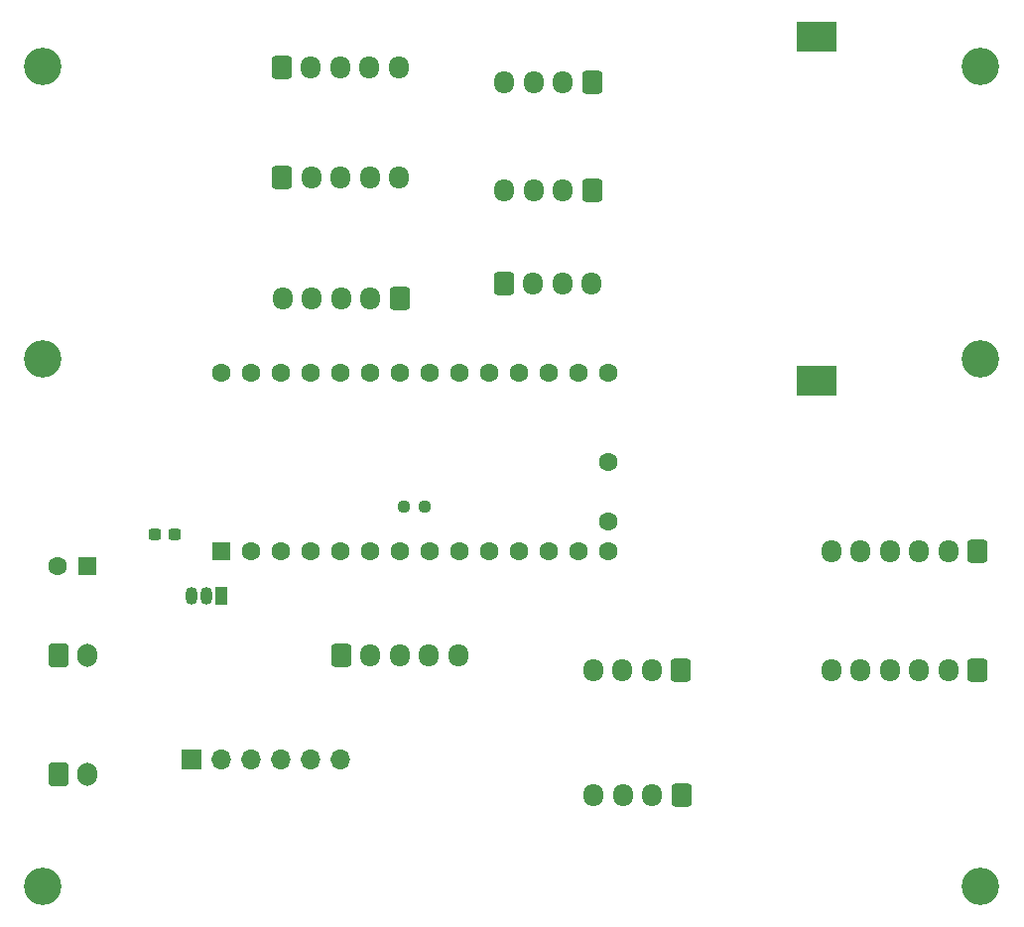
<source format=gts>
G04 #@! TF.GenerationSoftware,KiCad,Pcbnew,6.0.11-2627ca5db0~126~ubuntu20.04.1*
G04 #@! TF.CreationDate,2023-03-12T13:33:38+01:00*
G04 #@! TF.ProjectId,Bobbycar_wiring,426f6262-7963-4617-925f-776972696e67,rev?*
G04 #@! TF.SameCoordinates,Original*
G04 #@! TF.FileFunction,Soldermask,Top*
G04 #@! TF.FilePolarity,Negative*
%FSLAX46Y46*%
G04 Gerber Fmt 4.6, Leading zero omitted, Abs format (unit mm)*
G04 Created by KiCad (PCBNEW 6.0.11-2627ca5db0~126~ubuntu20.04.1) date 2023-03-12 13:33:38*
%MOMM*%
%LPD*%
G01*
G04 APERTURE LIST*
G04 Aperture macros list*
%AMRoundRect*
0 Rectangle with rounded corners*
0 $1 Rounding radius*
0 $2 $3 $4 $5 $6 $7 $8 $9 X,Y pos of 4 corners*
0 Add a 4 corners polygon primitive as box body*
4,1,4,$2,$3,$4,$5,$6,$7,$8,$9,$2,$3,0*
0 Add four circle primitives for the rounded corners*
1,1,$1+$1,$2,$3*
1,1,$1+$1,$4,$5*
1,1,$1+$1,$6,$7*
1,1,$1+$1,$8,$9*
0 Add four rect primitives between the rounded corners*
20,1,$1+$1,$2,$3,$4,$5,0*
20,1,$1+$1,$4,$5,$6,$7,0*
20,1,$1+$1,$6,$7,$8,$9,0*
20,1,$1+$1,$8,$9,$2,$3,0*%
G04 Aperture macros list end*
%ADD10C,3.200000*%
%ADD11RoundRect,0.250000X0.600000X0.725000X-0.600000X0.725000X-0.600000X-0.725000X0.600000X-0.725000X0*%
%ADD12O,1.700000X1.950000*%
%ADD13RoundRect,0.250000X-0.600000X-0.725000X0.600000X-0.725000X0.600000X0.725000X-0.600000X0.725000X0*%
%ADD14RoundRect,0.237500X-0.300000X-0.237500X0.300000X-0.237500X0.300000X0.237500X-0.300000X0.237500X0*%
%ADD15R,1.700000X1.700000*%
%ADD16O,1.700000X1.700000*%
%ADD17O,1.700000X2.000000*%
%ADD18RoundRect,0.250000X-0.600000X-0.750000X0.600000X-0.750000X0.600000X0.750000X-0.600000X0.750000X0*%
%ADD19R,3.510000X2.540000*%
%ADD20R,1.600000X1.600000*%
%ADD21C,1.600000*%
%ADD22R,1.050000X1.500000*%
%ADD23O,1.050000X1.500000*%
%ADD24RoundRect,0.237500X-0.250000X-0.237500X0.250000X-0.237500X0.250000X0.237500X-0.250000X0.237500X0*%
G04 APERTURE END LIST*
D10*
X155000000Y-45000000D03*
X75000000Y-45000000D03*
D11*
X105410000Y-64770000D03*
D12*
X102910000Y-64770000D03*
X100410000Y-64770000D03*
X97910000Y-64770000D03*
X95410000Y-64770000D03*
D13*
X114300000Y-63500000D03*
D12*
X116800000Y-63500000D03*
X119300000Y-63500000D03*
X121800000Y-63500000D03*
D14*
X84532500Y-84995000D03*
X86257500Y-84995000D03*
D15*
X87630000Y-104140000D03*
D16*
X90170000Y-104140000D03*
X92710000Y-104140000D03*
X95250000Y-104140000D03*
X97790000Y-104140000D03*
X100330000Y-104140000D03*
D13*
X100410000Y-95250000D03*
D12*
X102910000Y-95250000D03*
X105410000Y-95250000D03*
X107910000Y-95250000D03*
X110410000Y-95250000D03*
X114360000Y-46355000D03*
X116860000Y-46355000D03*
X119360000Y-46355000D03*
D11*
X121860000Y-46355000D03*
X129480000Y-107205000D03*
D12*
X126980000Y-107205000D03*
X124480000Y-107205000D03*
X121980000Y-107205000D03*
X105330000Y-45088000D03*
X102830000Y-45088000D03*
X100330000Y-45088000D03*
X97830000Y-45088000D03*
D13*
X95330000Y-45088000D03*
D11*
X129420000Y-96520000D03*
D12*
X126920000Y-96520000D03*
X124420000Y-96520000D03*
X121920000Y-96520000D03*
X105370000Y-54503000D03*
X102870000Y-54503000D03*
X100370000Y-54503000D03*
X97870000Y-54503000D03*
D13*
X95370000Y-54503000D03*
D17*
X78790000Y-95250000D03*
D18*
X76290000Y-95250000D03*
D11*
X121860000Y-55536000D03*
D12*
X119360000Y-55536000D03*
X116860000Y-55536000D03*
X114360000Y-55536000D03*
D19*
X140970000Y-42470000D03*
X140970000Y-71830000D03*
D20*
X90170000Y-86360000D03*
D21*
X92710000Y-86360000D03*
X95250000Y-86360000D03*
X97790000Y-86360000D03*
X100330000Y-86360000D03*
X102870000Y-86360000D03*
X105410000Y-86360000D03*
X107950000Y-86360000D03*
X110490000Y-86360000D03*
X113030000Y-86360000D03*
X115570000Y-86360000D03*
X118110000Y-86360000D03*
X120650000Y-86360000D03*
X123190000Y-86360000D03*
X123190000Y-83820000D03*
X123190000Y-78740000D03*
X123190000Y-71120000D03*
X120650000Y-71120000D03*
X118110000Y-71120000D03*
X115570000Y-71120000D03*
X113030000Y-71120000D03*
X110490000Y-71120000D03*
X107950000Y-71120000D03*
X105410000Y-71120000D03*
X102870000Y-71120000D03*
X100330000Y-71120000D03*
X97790000Y-71120000D03*
X95250000Y-71120000D03*
X92710000Y-71120000D03*
X90170000Y-71120000D03*
D11*
X154740000Y-86360000D03*
D12*
X152240000Y-86360000D03*
X149740000Y-86360000D03*
X147240000Y-86360000D03*
X144740000Y-86360000D03*
X142240000Y-86360000D03*
D22*
X90170000Y-90170000D03*
D23*
X88900000Y-90170000D03*
X87630000Y-90170000D03*
D17*
X78790000Y-105410000D03*
D18*
X76290000Y-105410000D03*
D10*
X155000000Y-70000000D03*
X155000000Y-115000000D03*
D11*
X154740000Y-96520000D03*
D12*
X152240000Y-96520000D03*
X149740000Y-96520000D03*
X147240000Y-96520000D03*
X144740000Y-96520000D03*
X142240000Y-96520000D03*
D10*
X75000000Y-115000000D03*
X75000000Y-70000000D03*
D21*
X76240000Y-87630000D03*
D20*
X78740000Y-87630000D03*
D24*
X105767500Y-82550000D03*
X107592500Y-82550000D03*
M02*

</source>
